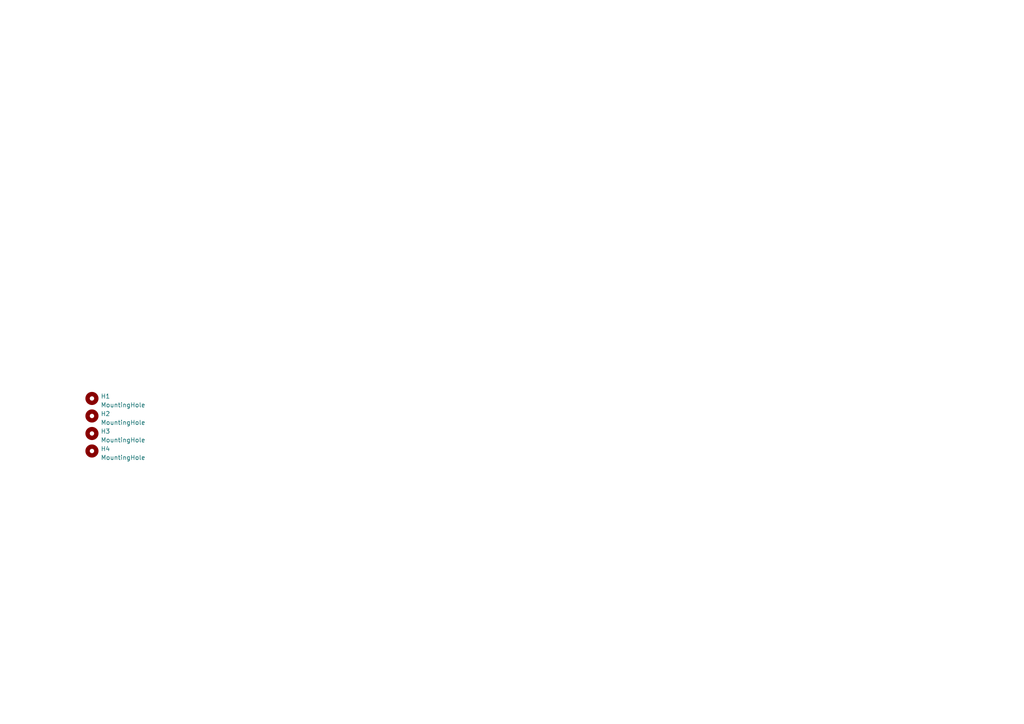
<source format=kicad_sch>
(kicad_sch (version 20230121) (generator eeschema)

  (uuid 42c73bb5-2111-43a9-aabb-3d391c8f2d68)

  (paper "A4")

  (lib_symbols
    (symbol "Mechanical:MountingHole" (pin_names (offset 1.016)) (in_bom yes) (on_board yes)
      (property "Reference" "H" (at 0 5.08 0)
        (effects (font (size 1.27 1.27)))
      )
      (property "Value" "MountingHole" (at 0 3.175 0)
        (effects (font (size 1.27 1.27)))
      )
      (property "Footprint" "" (at 0 0 0)
        (effects (font (size 1.27 1.27)) hide)
      )
      (property "Datasheet" "~" (at 0 0 0)
        (effects (font (size 1.27 1.27)) hide)
      )
      (property "ki_keywords" "mounting hole" (at 0 0 0)
        (effects (font (size 1.27 1.27)) hide)
      )
      (property "ki_description" "Mounting Hole without connection" (at 0 0 0)
        (effects (font (size 1.27 1.27)) hide)
      )
      (property "ki_fp_filters" "MountingHole*" (at 0 0 0)
        (effects (font (size 1.27 1.27)) hide)
      )
      (symbol "MountingHole_0_1"
        (circle (center 0 0) (radius 1.27)
          (stroke (width 1.27) (type default))
          (fill (type none))
        )
      )
    )
  )


  (symbol (lib_id "Mechanical:MountingHole") (at 26.67 120.65 0) (unit 1)
    (in_bom yes) (on_board yes) (dnp no) (fields_autoplaced)
    (uuid 0cda292d-8438-426b-b663-6c3711c0562f)
    (property "Reference" "H2" (at 29.21 120.015 0)
      (effects (font (size 1.27 1.27)) (justify left))
    )
    (property "Value" "MountingHole" (at 29.21 122.555 0)
      (effects (font (size 1.27 1.27)) (justify left))
    )
    (property "Footprint" "0-jasonhazel-footprints:MountingHole_2.2mm_M2" (at 26.67 120.65 0)
      (effects (font (size 1.27 1.27)) hide)
    )
    (property "Datasheet" "~" (at 26.67 120.65 0)
      (effects (font (size 1.27 1.27)) hide)
    )
    (instances
      (project "chaz"
        (path "/42c73bb5-2111-43a9-aabb-3d391c8f2d68"
          (reference "H2") (unit 1)
        )
      )
    )
  )

  (symbol (lib_id "Mechanical:MountingHole") (at 26.67 130.81 0) (unit 1)
    (in_bom yes) (on_board yes) (dnp no) (fields_autoplaced)
    (uuid 26f0b694-2e08-40b1-b66e-7a70596864d5)
    (property "Reference" "H4" (at 29.21 130.175 0)
      (effects (font (size 1.27 1.27)) (justify left))
    )
    (property "Value" "MountingHole" (at 29.21 132.715 0)
      (effects (font (size 1.27 1.27)) (justify left))
    )
    (property "Footprint" "0-jasonhazel-footprints:MountingHole_2.2mm_M2" (at 26.67 130.81 0)
      (effects (font (size 1.27 1.27)) hide)
    )
    (property "Datasheet" "~" (at 26.67 130.81 0)
      (effects (font (size 1.27 1.27)) hide)
    )
    (instances
      (project "chaz"
        (path "/42c73bb5-2111-43a9-aabb-3d391c8f2d68"
          (reference "H4") (unit 1)
        )
      )
    )
  )

  (symbol (lib_id "Mechanical:MountingHole") (at 26.67 115.57 0) (unit 1)
    (in_bom yes) (on_board yes) (dnp no) (fields_autoplaced)
    (uuid 8b767229-5d7e-42e5-9bc8-fb1c94b98fab)
    (property "Reference" "H1" (at 29.21 114.935 0)
      (effects (font (size 1.27 1.27)) (justify left))
    )
    (property "Value" "MountingHole" (at 29.21 117.475 0)
      (effects (font (size 1.27 1.27)) (justify left))
    )
    (property "Footprint" "0-jasonhazel-footprints:MountingHole_2.2mm_M2" (at 26.67 115.57 0)
      (effects (font (size 1.27 1.27)) hide)
    )
    (property "Datasheet" "~" (at 26.67 115.57 0)
      (effects (font (size 1.27 1.27)) hide)
    )
    (instances
      (project "chaz"
        (path "/42c73bb5-2111-43a9-aabb-3d391c8f2d68"
          (reference "H1") (unit 1)
        )
      )
    )
  )

  (symbol (lib_id "Mechanical:MountingHole") (at 26.67 125.73 0) (unit 1)
    (in_bom yes) (on_board yes) (dnp no) (fields_autoplaced)
    (uuid a188674f-ce9d-4425-a8d8-a1dc8e83f8d8)
    (property "Reference" "H3" (at 29.21 125.095 0)
      (effects (font (size 1.27 1.27)) (justify left))
    )
    (property "Value" "MountingHole" (at 29.21 127.635 0)
      (effects (font (size 1.27 1.27)) (justify left))
    )
    (property "Footprint" "0-jasonhazel-footprints:MountingHole_2.2mm_M2" (at 26.67 125.73 0)
      (effects (font (size 1.27 1.27)) hide)
    )
    (property "Datasheet" "~" (at 26.67 125.73 0)
      (effects (font (size 1.27 1.27)) hide)
    )
    (instances
      (project "chaz"
        (path "/42c73bb5-2111-43a9-aabb-3d391c8f2d68"
          (reference "H3") (unit 1)
        )
      )
    )
  )

  (sheet_instances
    (path "/" (page "1"))
  )
)

</source>
